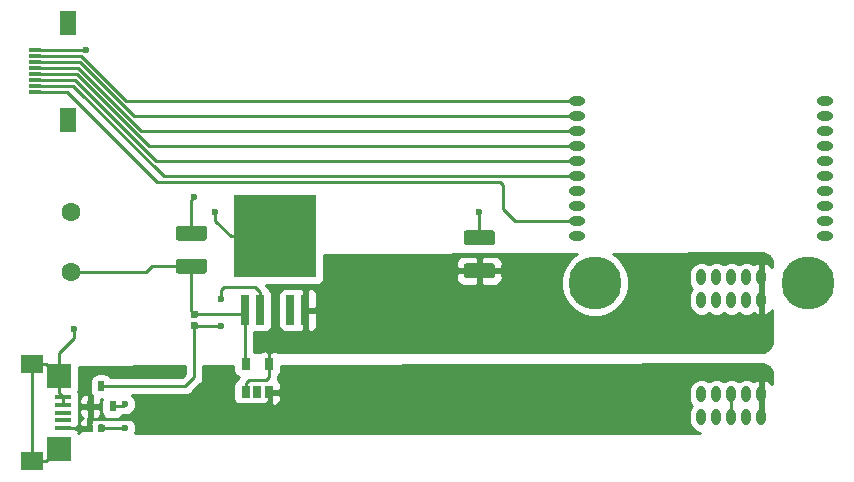
<source format=gbr>
G04 #@! TF.GenerationSoftware,KiCad,Pcbnew,(5.1.4)-1*
G04 #@! TF.CreationDate,2019-11-19T10:04:28+09:00*
G04 #@! TF.ProjectId,signaltowr_hikarikensyutu,7369676e-616c-4746-9f77-725f68696b61,rev?*
G04 #@! TF.SameCoordinates,Original*
G04 #@! TF.FileFunction,Copper,L1,Top*
G04 #@! TF.FilePolarity,Positive*
%FSLAX46Y46*%
G04 Gerber Fmt 4.6, Leading zero omitted, Abs format (unit mm)*
G04 Created by KiCad (PCBNEW (5.1.4)-1) date 2019-11-19 10:04:28*
%MOMM*%
%LPD*%
G04 APERTURE LIST*
%ADD10C,1.600000*%
%ADD11R,7.000000X7.000000*%
%ADD12R,0.760000X2.500000*%
%ADD13R,0.600000X0.900000*%
%ADD14R,1.350000X0.400000*%
%ADD15R,1.900000X1.600000*%
%ADD16R,2.000000X2.100000*%
%ADD17C,4.500000*%
%ADD18O,0.800000X1.400000*%
%ADD19O,1.400000X0.800000*%
%ADD20R,0.800000X1.000000*%
%ADD21R,0.700000X1.000000*%
%ADD22C,0.100000*%
%ADD23C,0.590000*%
%ADD24R,1.050000X0.350000*%
%ADD25R,1.350000X2.000000*%
%ADD26C,1.250000*%
%ADD27C,0.600000*%
%ADD28C,0.250000*%
%ADD29C,0.254000*%
G04 APERTURE END LIST*
D10*
X96266000Y-75946000D03*
X96266000Y-81026000D03*
D11*
X113538000Y-77978000D03*
D12*
X112268000Y-84228000D03*
X110998000Y-84228000D03*
X116078000Y-84228000D03*
X114808000Y-84228000D03*
D13*
X98806000Y-90678000D03*
X99756000Y-92378000D03*
X97856000Y-92378000D03*
D14*
X95575000Y-92262000D03*
X95575000Y-92912000D03*
X95575000Y-93562000D03*
X95575000Y-91612000D03*
D15*
X92900000Y-97012000D03*
D16*
X95250000Y-96012000D03*
D15*
X92900000Y-88812000D03*
D14*
X95575000Y-94212000D03*
D16*
X95250000Y-89812000D03*
D17*
X140606000Y-81923000D03*
X158606000Y-81923000D03*
D18*
X149606000Y-81463000D03*
X150876000Y-81463000D03*
X152146000Y-81463000D03*
X153416000Y-81463000D03*
X154686000Y-81463000D03*
X149606000Y-83383000D03*
X150876000Y-83383000D03*
X152146000Y-83383000D03*
X153416000Y-83383000D03*
X154686000Y-83383000D03*
D19*
X160091000Y-77978000D03*
X160091000Y-76708000D03*
X160091000Y-75438000D03*
X160091000Y-74168000D03*
X160091000Y-72898000D03*
X160091000Y-71628000D03*
X160091000Y-70358000D03*
X160091000Y-69088000D03*
X139121000Y-77978000D03*
X139121000Y-76708000D03*
X139121000Y-75438000D03*
X139121000Y-74168000D03*
X139121000Y-72898000D03*
X139121000Y-71628000D03*
X139121000Y-70358000D03*
X139121000Y-69088000D03*
X139121000Y-67818000D03*
X139121000Y-66548000D03*
X160091000Y-67818000D03*
X160091000Y-66548000D03*
D20*
X111014000Y-88786000D03*
X113014000Y-88786000D03*
X113014000Y-91186000D03*
X111014000Y-91186000D03*
D21*
X112014000Y-91186000D03*
D22*
G36*
X106866958Y-85257710D02*
G01*
X106881276Y-85259834D01*
X106895317Y-85263351D01*
X106908946Y-85268228D01*
X106922031Y-85274417D01*
X106934447Y-85281858D01*
X106946073Y-85290481D01*
X106956798Y-85300202D01*
X106966519Y-85310927D01*
X106975142Y-85322553D01*
X106982583Y-85334969D01*
X106988772Y-85348054D01*
X106993649Y-85361683D01*
X106997166Y-85375724D01*
X106999290Y-85390042D01*
X107000000Y-85404500D01*
X107000000Y-85699500D01*
X106999290Y-85713958D01*
X106997166Y-85728276D01*
X106993649Y-85742317D01*
X106988772Y-85755946D01*
X106982583Y-85769031D01*
X106975142Y-85781447D01*
X106966519Y-85793073D01*
X106956798Y-85803798D01*
X106946073Y-85813519D01*
X106934447Y-85822142D01*
X106922031Y-85829583D01*
X106908946Y-85835772D01*
X106895317Y-85840649D01*
X106881276Y-85844166D01*
X106866958Y-85846290D01*
X106852500Y-85847000D01*
X106507500Y-85847000D01*
X106493042Y-85846290D01*
X106478724Y-85844166D01*
X106464683Y-85840649D01*
X106451054Y-85835772D01*
X106437969Y-85829583D01*
X106425553Y-85822142D01*
X106413927Y-85813519D01*
X106403202Y-85803798D01*
X106393481Y-85793073D01*
X106384858Y-85781447D01*
X106377417Y-85769031D01*
X106371228Y-85755946D01*
X106366351Y-85742317D01*
X106362834Y-85728276D01*
X106360710Y-85713958D01*
X106360000Y-85699500D01*
X106360000Y-85404500D01*
X106360710Y-85390042D01*
X106362834Y-85375724D01*
X106366351Y-85361683D01*
X106371228Y-85348054D01*
X106377417Y-85334969D01*
X106384858Y-85322553D01*
X106393481Y-85310927D01*
X106403202Y-85300202D01*
X106413927Y-85290481D01*
X106425553Y-85281858D01*
X106437969Y-85274417D01*
X106451054Y-85268228D01*
X106464683Y-85263351D01*
X106478724Y-85259834D01*
X106493042Y-85257710D01*
X106507500Y-85257000D01*
X106852500Y-85257000D01*
X106866958Y-85257710D01*
X106866958Y-85257710D01*
G37*
D23*
X106680000Y-85552000D03*
D22*
G36*
X106866958Y-84287710D02*
G01*
X106881276Y-84289834D01*
X106895317Y-84293351D01*
X106908946Y-84298228D01*
X106922031Y-84304417D01*
X106934447Y-84311858D01*
X106946073Y-84320481D01*
X106956798Y-84330202D01*
X106966519Y-84340927D01*
X106975142Y-84352553D01*
X106982583Y-84364969D01*
X106988772Y-84378054D01*
X106993649Y-84391683D01*
X106997166Y-84405724D01*
X106999290Y-84420042D01*
X107000000Y-84434500D01*
X107000000Y-84729500D01*
X106999290Y-84743958D01*
X106997166Y-84758276D01*
X106993649Y-84772317D01*
X106988772Y-84785946D01*
X106982583Y-84799031D01*
X106975142Y-84811447D01*
X106966519Y-84823073D01*
X106956798Y-84833798D01*
X106946073Y-84843519D01*
X106934447Y-84852142D01*
X106922031Y-84859583D01*
X106908946Y-84865772D01*
X106895317Y-84870649D01*
X106881276Y-84874166D01*
X106866958Y-84876290D01*
X106852500Y-84877000D01*
X106507500Y-84877000D01*
X106493042Y-84876290D01*
X106478724Y-84874166D01*
X106464683Y-84870649D01*
X106451054Y-84865772D01*
X106437969Y-84859583D01*
X106425553Y-84852142D01*
X106413927Y-84843519D01*
X106403202Y-84833798D01*
X106393481Y-84823073D01*
X106384858Y-84811447D01*
X106377417Y-84799031D01*
X106371228Y-84785946D01*
X106366351Y-84772317D01*
X106362834Y-84758276D01*
X106360710Y-84743958D01*
X106360000Y-84729500D01*
X106360000Y-84434500D01*
X106360710Y-84420042D01*
X106362834Y-84405724D01*
X106366351Y-84391683D01*
X106371228Y-84378054D01*
X106377417Y-84364969D01*
X106384858Y-84352553D01*
X106393481Y-84340927D01*
X106403202Y-84330202D01*
X106413927Y-84320481D01*
X106425553Y-84311858D01*
X106437969Y-84304417D01*
X106451054Y-84298228D01*
X106464683Y-84293351D01*
X106478724Y-84289834D01*
X106493042Y-84287710D01*
X106507500Y-84287000D01*
X106852500Y-84287000D01*
X106866958Y-84287710D01*
X106866958Y-84287710D01*
G37*
D23*
X106680000Y-84582000D03*
D22*
G36*
X98967958Y-93914710D02*
G01*
X98982276Y-93916834D01*
X98996317Y-93920351D01*
X99009946Y-93925228D01*
X99023031Y-93931417D01*
X99035447Y-93938858D01*
X99047073Y-93947481D01*
X99057798Y-93957202D01*
X99067519Y-93967927D01*
X99076142Y-93979553D01*
X99083583Y-93991969D01*
X99089772Y-94005054D01*
X99094649Y-94018683D01*
X99098166Y-94032724D01*
X99100290Y-94047042D01*
X99101000Y-94061500D01*
X99101000Y-94406500D01*
X99100290Y-94420958D01*
X99098166Y-94435276D01*
X99094649Y-94449317D01*
X99089772Y-94462946D01*
X99083583Y-94476031D01*
X99076142Y-94488447D01*
X99067519Y-94500073D01*
X99057798Y-94510798D01*
X99047073Y-94520519D01*
X99035447Y-94529142D01*
X99023031Y-94536583D01*
X99009946Y-94542772D01*
X98996317Y-94547649D01*
X98982276Y-94551166D01*
X98967958Y-94553290D01*
X98953500Y-94554000D01*
X98658500Y-94554000D01*
X98644042Y-94553290D01*
X98629724Y-94551166D01*
X98615683Y-94547649D01*
X98602054Y-94542772D01*
X98588969Y-94536583D01*
X98576553Y-94529142D01*
X98564927Y-94520519D01*
X98554202Y-94510798D01*
X98544481Y-94500073D01*
X98535858Y-94488447D01*
X98528417Y-94476031D01*
X98522228Y-94462946D01*
X98517351Y-94449317D01*
X98513834Y-94435276D01*
X98511710Y-94420958D01*
X98511000Y-94406500D01*
X98511000Y-94061500D01*
X98511710Y-94047042D01*
X98513834Y-94032724D01*
X98517351Y-94018683D01*
X98522228Y-94005054D01*
X98528417Y-93991969D01*
X98535858Y-93979553D01*
X98544481Y-93967927D01*
X98554202Y-93957202D01*
X98564927Y-93947481D01*
X98576553Y-93938858D01*
X98588969Y-93931417D01*
X98602054Y-93925228D01*
X98615683Y-93920351D01*
X98629724Y-93916834D01*
X98644042Y-93914710D01*
X98658500Y-93914000D01*
X98953500Y-93914000D01*
X98967958Y-93914710D01*
X98967958Y-93914710D01*
G37*
D23*
X98806000Y-94234000D03*
D22*
G36*
X97997958Y-93914710D02*
G01*
X98012276Y-93916834D01*
X98026317Y-93920351D01*
X98039946Y-93925228D01*
X98053031Y-93931417D01*
X98065447Y-93938858D01*
X98077073Y-93947481D01*
X98087798Y-93957202D01*
X98097519Y-93967927D01*
X98106142Y-93979553D01*
X98113583Y-93991969D01*
X98119772Y-94005054D01*
X98124649Y-94018683D01*
X98128166Y-94032724D01*
X98130290Y-94047042D01*
X98131000Y-94061500D01*
X98131000Y-94406500D01*
X98130290Y-94420958D01*
X98128166Y-94435276D01*
X98124649Y-94449317D01*
X98119772Y-94462946D01*
X98113583Y-94476031D01*
X98106142Y-94488447D01*
X98097519Y-94500073D01*
X98087798Y-94510798D01*
X98077073Y-94520519D01*
X98065447Y-94529142D01*
X98053031Y-94536583D01*
X98039946Y-94542772D01*
X98026317Y-94547649D01*
X98012276Y-94551166D01*
X97997958Y-94553290D01*
X97983500Y-94554000D01*
X97688500Y-94554000D01*
X97674042Y-94553290D01*
X97659724Y-94551166D01*
X97645683Y-94547649D01*
X97632054Y-94542772D01*
X97618969Y-94536583D01*
X97606553Y-94529142D01*
X97594927Y-94520519D01*
X97584202Y-94510798D01*
X97574481Y-94500073D01*
X97565858Y-94488447D01*
X97558417Y-94476031D01*
X97552228Y-94462946D01*
X97547351Y-94449317D01*
X97543834Y-94435276D01*
X97541710Y-94420958D01*
X97541000Y-94406500D01*
X97541000Y-94061500D01*
X97541710Y-94047042D01*
X97543834Y-94032724D01*
X97547351Y-94018683D01*
X97552228Y-94005054D01*
X97558417Y-93991969D01*
X97565858Y-93979553D01*
X97574481Y-93967927D01*
X97584202Y-93957202D01*
X97594927Y-93947481D01*
X97606553Y-93938858D01*
X97618969Y-93931417D01*
X97632054Y-93925228D01*
X97645683Y-93920351D01*
X97659724Y-93916834D01*
X97674042Y-93914710D01*
X97688500Y-93914000D01*
X97983500Y-93914000D01*
X97997958Y-93914710D01*
X97997958Y-93914710D01*
G37*
D23*
X97836000Y-94234000D03*
D18*
X149606000Y-91369000D03*
X150876000Y-91369000D03*
X152146000Y-91369000D03*
X153416000Y-91369000D03*
X154686000Y-91369000D03*
X154686000Y-93289000D03*
X149606000Y-93289000D03*
X150876000Y-93289000D03*
X153416000Y-93289000D03*
X152146000Y-93289000D03*
D24*
X93218000Y-65746000D03*
X93218000Y-65246000D03*
X93218000Y-64746000D03*
X93218000Y-64246000D03*
X93218000Y-62246000D03*
X93218000Y-62746000D03*
X93218000Y-63246000D03*
X93218000Y-63746000D03*
D25*
X95968000Y-59896000D03*
X95968000Y-68096000D03*
D22*
G36*
X131909504Y-77478204D02*
G01*
X131933773Y-77481804D01*
X131957571Y-77487765D01*
X131980671Y-77496030D01*
X132002849Y-77506520D01*
X132023893Y-77519133D01*
X132043598Y-77533747D01*
X132061777Y-77550223D01*
X132078253Y-77568402D01*
X132092867Y-77588107D01*
X132105480Y-77609151D01*
X132115970Y-77631329D01*
X132124235Y-77654429D01*
X132130196Y-77678227D01*
X132133796Y-77702496D01*
X132135000Y-77727000D01*
X132135000Y-78477000D01*
X132133796Y-78501504D01*
X132130196Y-78525773D01*
X132124235Y-78549571D01*
X132115970Y-78572671D01*
X132105480Y-78594849D01*
X132092867Y-78615893D01*
X132078253Y-78635598D01*
X132061777Y-78653777D01*
X132043598Y-78670253D01*
X132023893Y-78684867D01*
X132002849Y-78697480D01*
X131980671Y-78707970D01*
X131957571Y-78716235D01*
X131933773Y-78722196D01*
X131909504Y-78725796D01*
X131885000Y-78727000D01*
X129735000Y-78727000D01*
X129710496Y-78725796D01*
X129686227Y-78722196D01*
X129662429Y-78716235D01*
X129639329Y-78707970D01*
X129617151Y-78697480D01*
X129596107Y-78684867D01*
X129576402Y-78670253D01*
X129558223Y-78653777D01*
X129541747Y-78635598D01*
X129527133Y-78615893D01*
X129514520Y-78594849D01*
X129504030Y-78572671D01*
X129495765Y-78549571D01*
X129489804Y-78525773D01*
X129486204Y-78501504D01*
X129485000Y-78477000D01*
X129485000Y-77727000D01*
X129486204Y-77702496D01*
X129489804Y-77678227D01*
X129495765Y-77654429D01*
X129504030Y-77631329D01*
X129514520Y-77609151D01*
X129527133Y-77588107D01*
X129541747Y-77568402D01*
X129558223Y-77550223D01*
X129576402Y-77533747D01*
X129596107Y-77519133D01*
X129617151Y-77506520D01*
X129639329Y-77496030D01*
X129662429Y-77487765D01*
X129686227Y-77481804D01*
X129710496Y-77478204D01*
X129735000Y-77477000D01*
X131885000Y-77477000D01*
X131909504Y-77478204D01*
X131909504Y-77478204D01*
G37*
D26*
X130810000Y-78102000D03*
D22*
G36*
X131909504Y-80278204D02*
G01*
X131933773Y-80281804D01*
X131957571Y-80287765D01*
X131980671Y-80296030D01*
X132002849Y-80306520D01*
X132023893Y-80319133D01*
X132043598Y-80333747D01*
X132061777Y-80350223D01*
X132078253Y-80368402D01*
X132092867Y-80388107D01*
X132105480Y-80409151D01*
X132115970Y-80431329D01*
X132124235Y-80454429D01*
X132130196Y-80478227D01*
X132133796Y-80502496D01*
X132135000Y-80527000D01*
X132135000Y-81277000D01*
X132133796Y-81301504D01*
X132130196Y-81325773D01*
X132124235Y-81349571D01*
X132115970Y-81372671D01*
X132105480Y-81394849D01*
X132092867Y-81415893D01*
X132078253Y-81435598D01*
X132061777Y-81453777D01*
X132043598Y-81470253D01*
X132023893Y-81484867D01*
X132002849Y-81497480D01*
X131980671Y-81507970D01*
X131957571Y-81516235D01*
X131933773Y-81522196D01*
X131909504Y-81525796D01*
X131885000Y-81527000D01*
X129735000Y-81527000D01*
X129710496Y-81525796D01*
X129686227Y-81522196D01*
X129662429Y-81516235D01*
X129639329Y-81507970D01*
X129617151Y-81497480D01*
X129596107Y-81484867D01*
X129576402Y-81470253D01*
X129558223Y-81453777D01*
X129541747Y-81435598D01*
X129527133Y-81415893D01*
X129514520Y-81394849D01*
X129504030Y-81372671D01*
X129495765Y-81349571D01*
X129489804Y-81325773D01*
X129486204Y-81301504D01*
X129485000Y-81277000D01*
X129485000Y-80527000D01*
X129486204Y-80502496D01*
X129489804Y-80478227D01*
X129495765Y-80454429D01*
X129504030Y-80431329D01*
X129514520Y-80409151D01*
X129527133Y-80388107D01*
X129541747Y-80368402D01*
X129558223Y-80350223D01*
X129576402Y-80333747D01*
X129596107Y-80319133D01*
X129617151Y-80306520D01*
X129639329Y-80296030D01*
X129662429Y-80287765D01*
X129686227Y-80281804D01*
X129710496Y-80278204D01*
X129735000Y-80277000D01*
X131885000Y-80277000D01*
X131909504Y-80278204D01*
X131909504Y-80278204D01*
G37*
D26*
X130810000Y-80902000D03*
D22*
G36*
X107525504Y-77100204D02*
G01*
X107549773Y-77103804D01*
X107573571Y-77109765D01*
X107596671Y-77118030D01*
X107618849Y-77128520D01*
X107639893Y-77141133D01*
X107659598Y-77155747D01*
X107677777Y-77172223D01*
X107694253Y-77190402D01*
X107708867Y-77210107D01*
X107721480Y-77231151D01*
X107731970Y-77253329D01*
X107740235Y-77276429D01*
X107746196Y-77300227D01*
X107749796Y-77324496D01*
X107751000Y-77349000D01*
X107751000Y-78099000D01*
X107749796Y-78123504D01*
X107746196Y-78147773D01*
X107740235Y-78171571D01*
X107731970Y-78194671D01*
X107721480Y-78216849D01*
X107708867Y-78237893D01*
X107694253Y-78257598D01*
X107677777Y-78275777D01*
X107659598Y-78292253D01*
X107639893Y-78306867D01*
X107618849Y-78319480D01*
X107596671Y-78329970D01*
X107573571Y-78338235D01*
X107549773Y-78344196D01*
X107525504Y-78347796D01*
X107501000Y-78349000D01*
X105351000Y-78349000D01*
X105326496Y-78347796D01*
X105302227Y-78344196D01*
X105278429Y-78338235D01*
X105255329Y-78329970D01*
X105233151Y-78319480D01*
X105212107Y-78306867D01*
X105192402Y-78292253D01*
X105174223Y-78275777D01*
X105157747Y-78257598D01*
X105143133Y-78237893D01*
X105130520Y-78216849D01*
X105120030Y-78194671D01*
X105111765Y-78171571D01*
X105105804Y-78147773D01*
X105102204Y-78123504D01*
X105101000Y-78099000D01*
X105101000Y-77349000D01*
X105102204Y-77324496D01*
X105105804Y-77300227D01*
X105111765Y-77276429D01*
X105120030Y-77253329D01*
X105130520Y-77231151D01*
X105143133Y-77210107D01*
X105157747Y-77190402D01*
X105174223Y-77172223D01*
X105192402Y-77155747D01*
X105212107Y-77141133D01*
X105233151Y-77128520D01*
X105255329Y-77118030D01*
X105278429Y-77109765D01*
X105302227Y-77103804D01*
X105326496Y-77100204D01*
X105351000Y-77099000D01*
X107501000Y-77099000D01*
X107525504Y-77100204D01*
X107525504Y-77100204D01*
G37*
D26*
X106426000Y-77724000D03*
D22*
G36*
X107525504Y-79900204D02*
G01*
X107549773Y-79903804D01*
X107573571Y-79909765D01*
X107596671Y-79918030D01*
X107618849Y-79928520D01*
X107639893Y-79941133D01*
X107659598Y-79955747D01*
X107677777Y-79972223D01*
X107694253Y-79990402D01*
X107708867Y-80010107D01*
X107721480Y-80031151D01*
X107731970Y-80053329D01*
X107740235Y-80076429D01*
X107746196Y-80100227D01*
X107749796Y-80124496D01*
X107751000Y-80149000D01*
X107751000Y-80899000D01*
X107749796Y-80923504D01*
X107746196Y-80947773D01*
X107740235Y-80971571D01*
X107731970Y-80994671D01*
X107721480Y-81016849D01*
X107708867Y-81037893D01*
X107694253Y-81057598D01*
X107677777Y-81075777D01*
X107659598Y-81092253D01*
X107639893Y-81106867D01*
X107618849Y-81119480D01*
X107596671Y-81129970D01*
X107573571Y-81138235D01*
X107549773Y-81144196D01*
X107525504Y-81147796D01*
X107501000Y-81149000D01*
X105351000Y-81149000D01*
X105326496Y-81147796D01*
X105302227Y-81144196D01*
X105278429Y-81138235D01*
X105255329Y-81129970D01*
X105233151Y-81119480D01*
X105212107Y-81106867D01*
X105192402Y-81092253D01*
X105174223Y-81075777D01*
X105157747Y-81057598D01*
X105143133Y-81037893D01*
X105130520Y-81016849D01*
X105120030Y-80994671D01*
X105111765Y-80971571D01*
X105105804Y-80947773D01*
X105102204Y-80923504D01*
X105101000Y-80899000D01*
X105101000Y-80149000D01*
X105102204Y-80124496D01*
X105105804Y-80100227D01*
X105111765Y-80076429D01*
X105120030Y-80053329D01*
X105130520Y-80031151D01*
X105143133Y-80010107D01*
X105157747Y-79990402D01*
X105174223Y-79972223D01*
X105192402Y-79955747D01*
X105212107Y-79941133D01*
X105233151Y-79928520D01*
X105255329Y-79918030D01*
X105278429Y-79909765D01*
X105302227Y-79903804D01*
X105326496Y-79900204D01*
X105351000Y-79899000D01*
X107501000Y-79899000D01*
X107525504Y-79900204D01*
X107525504Y-79900204D01*
G37*
D26*
X106426000Y-80524000D03*
D27*
X97536000Y-62230000D03*
X96520000Y-85852000D03*
X106680000Y-74676000D03*
X108966000Y-83312000D03*
X100838000Y-94234000D03*
X100838000Y-92202000D03*
X130810000Y-75946000D03*
X108458000Y-75946000D03*
X108966000Y-85598000D03*
D28*
X96266000Y-81026000D02*
X102616000Y-81026000D01*
X110644000Y-84582000D02*
X110998000Y-84228000D01*
X106680000Y-84582000D02*
X110644000Y-84582000D01*
X110998000Y-88770000D02*
X111014000Y-88786000D01*
X110998000Y-84228000D02*
X110998000Y-88770000D01*
X103118000Y-80524000D02*
X106426000Y-80524000D01*
X102616000Y-81026000D02*
X103118000Y-80524000D01*
X106426000Y-84328000D02*
X106680000Y-84582000D01*
X106426000Y-80524000D02*
X106426000Y-84328000D01*
X154686000Y-83058000D02*
X154686000Y-83438318D01*
X111014000Y-90436000D02*
X111280000Y-90170000D01*
X111014000Y-91186000D02*
X111014000Y-90436000D01*
X111280000Y-90170000D02*
X112776000Y-90170000D01*
X113014000Y-89932000D02*
X113014000Y-88786000D01*
X112776000Y-90170000D02*
X113014000Y-89932000D01*
X154686000Y-86106000D02*
X154686000Y-83058000D01*
X154178000Y-86614000D02*
X154686000Y-86106000D01*
X113538000Y-86614000D02*
X154178000Y-86614000D01*
X113014000Y-88786000D02*
X113014000Y-87138000D01*
X113014000Y-87138000D02*
X113538000Y-86614000D01*
X93218000Y-62246000D02*
X97520000Y-62246000D01*
X97520000Y-62246000D02*
X97536000Y-62230000D01*
X95100000Y-89812000D02*
X95250000Y-89812000D01*
X94100000Y-88812000D02*
X95100000Y-89812000D01*
X92900000Y-88812000D02*
X94100000Y-88812000D01*
X96520000Y-85852000D02*
X96520000Y-86614000D01*
X95250000Y-87884000D02*
X95250000Y-89812000D01*
X96520000Y-86614000D02*
X95250000Y-87884000D01*
X95250000Y-91287000D02*
X95575000Y-91612000D01*
X95250000Y-89812000D02*
X95250000Y-91287000D01*
X95575000Y-91612000D02*
X95575000Y-92262000D01*
X95100000Y-96012000D02*
X95250000Y-96012000D01*
X94100000Y-97012000D02*
X95100000Y-96012000D01*
X92900000Y-97012000D02*
X94100000Y-97012000D01*
X92900000Y-89862000D02*
X92900000Y-97012000D01*
X92900000Y-88812000D02*
X92900000Y-89862000D01*
X98806000Y-94234000D02*
X100838000Y-94234000D01*
X100662000Y-92378000D02*
X100838000Y-92202000D01*
X99756000Y-92378000D02*
X100662000Y-92378000D01*
X106426000Y-74930000D02*
X106680000Y-74676000D01*
X106426000Y-77724000D02*
X106426000Y-74930000D01*
X130810000Y-75946000D02*
X130810000Y-78102000D01*
X108458000Y-76370264D02*
X108458000Y-75946000D01*
X108458000Y-76648000D02*
X108458000Y-76370264D01*
X109788000Y-77978000D02*
X108458000Y-76648000D01*
X113538000Y-77978000D02*
X109788000Y-77978000D01*
X108920000Y-85552000D02*
X108966000Y-85598000D01*
X106680000Y-85552000D02*
X108920000Y-85552000D01*
X108966000Y-82550000D02*
X108966000Y-83312000D01*
X109220000Y-82296000D02*
X108966000Y-82550000D01*
X111836000Y-82296000D02*
X109220000Y-82296000D01*
X112268000Y-84228000D02*
X112268000Y-82728000D01*
X112268000Y-82728000D02*
X111836000Y-82296000D01*
X106680000Y-89916000D02*
X106680000Y-85552000D01*
X98806000Y-90678000D02*
X105918000Y-90678000D01*
X105918000Y-90678000D02*
X106680000Y-89916000D01*
X104096948Y-72898000D02*
X139446000Y-72898000D01*
X96444948Y-65246000D02*
X104096948Y-72898000D01*
X93218000Y-65246000D02*
X96444948Y-65246000D01*
X103463358Y-71628000D02*
X139446000Y-71628000D01*
X96581358Y-64746000D02*
X103463358Y-71628000D01*
X93218000Y-64746000D02*
X96581358Y-64746000D01*
X102829768Y-70358000D02*
X139446000Y-70358000D01*
X96717768Y-64246000D02*
X102829768Y-70358000D01*
X93218000Y-64246000D02*
X96717768Y-64246000D01*
X102196178Y-69088000D02*
X139446000Y-69088000D01*
X96854178Y-63746000D02*
X102196178Y-69088000D01*
X93218000Y-63746000D02*
X96854178Y-63746000D01*
X101562588Y-67818000D02*
X139446000Y-67818000D01*
X96990588Y-63246000D02*
X101562588Y-67818000D01*
X93218000Y-63246000D02*
X96990588Y-63246000D01*
X100928998Y-66548000D02*
X139446000Y-66548000D01*
X97126998Y-62746000D02*
X100928998Y-66548000D01*
X93218000Y-62746000D02*
X97126998Y-62746000D01*
X95878002Y-65746000D02*
X103538002Y-73406000D01*
X93218000Y-65746000D02*
X95878002Y-65746000D01*
X139446000Y-76708000D02*
X133858000Y-76708000D01*
X133858000Y-76708000D02*
X132842000Y-75692000D01*
X132842000Y-73660000D02*
X132588000Y-73406000D01*
X132842000Y-75692000D02*
X132842000Y-73660000D01*
X132588000Y-73406000D02*
X113792000Y-73406000D01*
X103538002Y-73406000D02*
X113792000Y-73406000D01*
X113792000Y-73406000D02*
X114554000Y-73406000D01*
X152146000Y-91694000D02*
X152146000Y-92964000D01*
X154686000Y-92964000D02*
X154686000Y-91694000D01*
X97836000Y-92398000D02*
X97856000Y-92378000D01*
X97814000Y-94212000D02*
X97836000Y-94234000D01*
X95575000Y-94212000D02*
X97814000Y-94212000D01*
X145288000Y-91186000D02*
X145796000Y-90678000D01*
X154686000Y-89916000D02*
X154686000Y-91694000D01*
X113014000Y-91186000D02*
X145288000Y-91186000D01*
X145796000Y-89662000D02*
X146050000Y-89408000D01*
X145796000Y-90678000D02*
X145796000Y-89662000D01*
X146050000Y-89408000D02*
X154178000Y-89408000D01*
X154178000Y-89408000D02*
X154686000Y-89916000D01*
X113014000Y-91936000D02*
X112748000Y-92202000D01*
X113014000Y-91186000D02*
X113014000Y-91936000D01*
X112748000Y-92202000D02*
X102870000Y-92202000D01*
X101646000Y-93426000D02*
X97836000Y-93426000D01*
X102870000Y-92202000D02*
X101646000Y-93426000D01*
X97836000Y-94234000D02*
X97836000Y-93426000D01*
X97836000Y-93426000D02*
X97836000Y-92398000D01*
D29*
G36*
X154868103Y-79397058D02*
G01*
X155032541Y-79446143D01*
X155184186Y-79526468D01*
X155317180Y-79634931D01*
X155426365Y-79767328D01*
X155507517Y-79918529D01*
X155557503Y-80082705D01*
X155575000Y-80259737D01*
X155575000Y-80623125D01*
X155476013Y-80482388D01*
X155328052Y-80341342D01*
X155155418Y-80231872D01*
X154972123Y-80168334D01*
X154813000Y-80296002D01*
X154813000Y-81336000D01*
X154833000Y-81336000D01*
X154833000Y-81590000D01*
X154813000Y-81590000D01*
X154813000Y-83256000D01*
X154833000Y-83256000D01*
X154833000Y-83510000D01*
X154813000Y-83510000D01*
X154813000Y-84549998D01*
X154972123Y-84677666D01*
X155155418Y-84614128D01*
X155328052Y-84504658D01*
X155476013Y-84363612D01*
X155575000Y-84222875D01*
X155575000Y-86877766D01*
X155557624Y-87054189D01*
X155507978Y-87217850D01*
X155427362Y-87368672D01*
X155318870Y-87500870D01*
X155186672Y-87609362D01*
X155035850Y-87689978D01*
X154872189Y-87739624D01*
X154695766Y-87757000D01*
X113770367Y-87757000D01*
X113768494Y-87755463D01*
X113658180Y-87696498D01*
X113538482Y-87660188D01*
X113414000Y-87647928D01*
X113299750Y-87651000D01*
X113193750Y-87757000D01*
X112834250Y-87757000D01*
X112728250Y-87651000D01*
X112614000Y-87647928D01*
X112489518Y-87660188D01*
X112369820Y-87696498D01*
X112259506Y-87755463D01*
X112257633Y-87757000D01*
X111770367Y-87757000D01*
X111768494Y-87755463D01*
X111758000Y-87749854D01*
X111758000Y-86102138D01*
X111763518Y-86103812D01*
X111888000Y-86116072D01*
X112648000Y-86116072D01*
X112772482Y-86103812D01*
X112892180Y-86067502D01*
X113002494Y-86008537D01*
X113099185Y-85929185D01*
X113178537Y-85832494D01*
X113237502Y-85722180D01*
X113273812Y-85602482D01*
X113286072Y-85478000D01*
X113286072Y-82978000D01*
X113789928Y-82978000D01*
X113789928Y-85478000D01*
X113802188Y-85602482D01*
X113838498Y-85722180D01*
X113897463Y-85832494D01*
X113976815Y-85929185D01*
X114073506Y-86008537D01*
X114183820Y-86067502D01*
X114303518Y-86103812D01*
X114428000Y-86116072D01*
X115188000Y-86116072D01*
X115312482Y-86103812D01*
X115432180Y-86067502D01*
X115443000Y-86061718D01*
X115453820Y-86067502D01*
X115573518Y-86103812D01*
X115698000Y-86116072D01*
X115792250Y-86113000D01*
X115951000Y-85954250D01*
X115951000Y-84355000D01*
X116205000Y-84355000D01*
X116205000Y-85954250D01*
X116363750Y-86113000D01*
X116458000Y-86116072D01*
X116582482Y-86103812D01*
X116702180Y-86067502D01*
X116812494Y-86008537D01*
X116909185Y-85929185D01*
X116988537Y-85832494D01*
X117047502Y-85722180D01*
X117083812Y-85602482D01*
X117096072Y-85478000D01*
X117093000Y-84513750D01*
X116934250Y-84355000D01*
X116205000Y-84355000D01*
X115951000Y-84355000D01*
X115931000Y-84355000D01*
X115931000Y-84101000D01*
X115951000Y-84101000D01*
X115951000Y-82501750D01*
X116205000Y-82501750D01*
X116205000Y-84101000D01*
X116934250Y-84101000D01*
X117093000Y-83942250D01*
X117096072Y-82978000D01*
X117083812Y-82853518D01*
X117047502Y-82733820D01*
X116988537Y-82623506D01*
X116909185Y-82526815D01*
X116812494Y-82447463D01*
X116702180Y-82388498D01*
X116582482Y-82352188D01*
X116458000Y-82339928D01*
X116363750Y-82343000D01*
X116205000Y-82501750D01*
X115951000Y-82501750D01*
X115792250Y-82343000D01*
X115698000Y-82339928D01*
X115573518Y-82352188D01*
X115453820Y-82388498D01*
X115443000Y-82394282D01*
X115432180Y-82388498D01*
X115312482Y-82352188D01*
X115188000Y-82339928D01*
X114428000Y-82339928D01*
X114303518Y-82352188D01*
X114183820Y-82388498D01*
X114073506Y-82447463D01*
X113976815Y-82526815D01*
X113897463Y-82623506D01*
X113838498Y-82733820D01*
X113802188Y-82853518D01*
X113789928Y-82978000D01*
X113286072Y-82978000D01*
X113273812Y-82853518D01*
X113237502Y-82733820D01*
X113178537Y-82623506D01*
X113099185Y-82526815D01*
X113002494Y-82447463D01*
X112970730Y-82430484D01*
X112902974Y-82303724D01*
X112808001Y-82187999D01*
X112778997Y-82164196D01*
X112730873Y-82116072D01*
X117038000Y-82116072D01*
X117162482Y-82103812D01*
X117282180Y-82067502D01*
X117392494Y-82008537D01*
X117489185Y-81929185D01*
X117568537Y-81832494D01*
X117627502Y-81722180D01*
X117663812Y-81602482D01*
X117671246Y-81527000D01*
X128846928Y-81527000D01*
X128859188Y-81651482D01*
X128895498Y-81771180D01*
X128954463Y-81881494D01*
X129033815Y-81978185D01*
X129130506Y-82057537D01*
X129240820Y-82116502D01*
X129360518Y-82152812D01*
X129485000Y-82165072D01*
X130524250Y-82162000D01*
X130683000Y-82003250D01*
X130683000Y-81029000D01*
X130937000Y-81029000D01*
X130937000Y-82003250D01*
X131095750Y-82162000D01*
X132135000Y-82165072D01*
X132259482Y-82152812D01*
X132379180Y-82116502D01*
X132489494Y-82057537D01*
X132586185Y-81978185D01*
X132665537Y-81881494D01*
X132724502Y-81771180D01*
X132760812Y-81651482D01*
X132773072Y-81527000D01*
X132770000Y-81187750D01*
X132611250Y-81029000D01*
X130937000Y-81029000D01*
X130683000Y-81029000D01*
X129008750Y-81029000D01*
X128850000Y-81187750D01*
X128846928Y-81527000D01*
X117671246Y-81527000D01*
X117676072Y-81478000D01*
X117676072Y-80277000D01*
X128846928Y-80277000D01*
X128850000Y-80616250D01*
X129008750Y-80775000D01*
X130683000Y-80775000D01*
X130683000Y-79800750D01*
X130937000Y-79800750D01*
X130937000Y-80775000D01*
X132611250Y-80775000D01*
X132770000Y-80616250D01*
X132773072Y-80277000D01*
X132760812Y-80152518D01*
X132724502Y-80032820D01*
X132665537Y-79922506D01*
X132586185Y-79825815D01*
X132489494Y-79746463D01*
X132379180Y-79687498D01*
X132259482Y-79651188D01*
X132135000Y-79638928D01*
X131095750Y-79642000D01*
X130937000Y-79800750D01*
X130683000Y-79800750D01*
X130524250Y-79642000D01*
X129485000Y-79638928D01*
X129360518Y-79651188D01*
X129240820Y-79687498D01*
X129130506Y-79746463D01*
X129033815Y-79825815D01*
X128954463Y-79922506D01*
X128895498Y-80032820D01*
X128859188Y-80152518D01*
X128846928Y-80277000D01*
X117676072Y-80277000D01*
X117676072Y-79582793D01*
X139090636Y-79465774D01*
X138766920Y-79682074D01*
X138365074Y-80083920D01*
X138049346Y-80556440D01*
X137831869Y-81081477D01*
X137721000Y-81638852D01*
X137721000Y-82207148D01*
X137831869Y-82764523D01*
X138049346Y-83289560D01*
X138365074Y-83762080D01*
X138766920Y-84163926D01*
X139239440Y-84479654D01*
X139764477Y-84697131D01*
X140321852Y-84808000D01*
X140890148Y-84808000D01*
X141447523Y-84697131D01*
X141972560Y-84479654D01*
X142445080Y-84163926D01*
X142846926Y-83762080D01*
X143162654Y-83289560D01*
X143380131Y-82764523D01*
X143491000Y-82207148D01*
X143491000Y-81638852D01*
X143386235Y-81112162D01*
X148571000Y-81112162D01*
X148571000Y-81813837D01*
X148585976Y-81965894D01*
X148645159Y-82160992D01*
X148741266Y-82340797D01*
X148808728Y-82423000D01*
X148741266Y-82505203D01*
X148645159Y-82685008D01*
X148585976Y-82880106D01*
X148571000Y-83032163D01*
X148571000Y-83733838D01*
X148585976Y-83885895D01*
X148645160Y-84080993D01*
X148741267Y-84260797D01*
X148870605Y-84418396D01*
X149028204Y-84547734D01*
X149208008Y-84643841D01*
X149403106Y-84703024D01*
X149606000Y-84723007D01*
X149808895Y-84703024D01*
X150003993Y-84643841D01*
X150183797Y-84547734D01*
X150241001Y-84500788D01*
X150298204Y-84547734D01*
X150478008Y-84643841D01*
X150673106Y-84703024D01*
X150876000Y-84723007D01*
X151078895Y-84703024D01*
X151273993Y-84643841D01*
X151453797Y-84547734D01*
X151511001Y-84500788D01*
X151568204Y-84547734D01*
X151748008Y-84643841D01*
X151943106Y-84703024D01*
X152146000Y-84723007D01*
X152348895Y-84703024D01*
X152543993Y-84643841D01*
X152723797Y-84547734D01*
X152781001Y-84500788D01*
X152838204Y-84547734D01*
X153018008Y-84643841D01*
X153213106Y-84703024D01*
X153416000Y-84723007D01*
X153618895Y-84703024D01*
X153813993Y-84643841D01*
X153993797Y-84547734D01*
X154045267Y-84505494D01*
X154216582Y-84614128D01*
X154399877Y-84677666D01*
X154559000Y-84549998D01*
X154559000Y-83510000D01*
X154539000Y-83510000D01*
X154539000Y-83256000D01*
X154559000Y-83256000D01*
X154559000Y-81590000D01*
X154539000Y-81590000D01*
X154539000Y-81336000D01*
X154559000Y-81336000D01*
X154559000Y-80296002D01*
X154399877Y-80168334D01*
X154216582Y-80231872D01*
X154045267Y-80340506D01*
X153993797Y-80298266D01*
X153813993Y-80202159D01*
X153618895Y-80142976D01*
X153416000Y-80122993D01*
X153213106Y-80142976D01*
X153018008Y-80202159D01*
X152838204Y-80298266D01*
X152781001Y-80345212D01*
X152723797Y-80298266D01*
X152543993Y-80202159D01*
X152348895Y-80142976D01*
X152146000Y-80122993D01*
X151943106Y-80142976D01*
X151748008Y-80202159D01*
X151568204Y-80298266D01*
X151511001Y-80345212D01*
X151453797Y-80298266D01*
X151273993Y-80202159D01*
X151078895Y-80142976D01*
X150876000Y-80122993D01*
X150673106Y-80142976D01*
X150478008Y-80202159D01*
X150298204Y-80298266D01*
X150241001Y-80345212D01*
X150183797Y-80298266D01*
X150003993Y-80202159D01*
X149808895Y-80142976D01*
X149606000Y-80122993D01*
X149403106Y-80142976D01*
X149208008Y-80202159D01*
X149028204Y-80298266D01*
X148870605Y-80427604D01*
X148741267Y-80585203D01*
X148645160Y-80765007D01*
X148585976Y-80960105D01*
X148571000Y-81112162D01*
X143386235Y-81112162D01*
X143380131Y-81081477D01*
X143162654Y-80556440D01*
X142846926Y-80083920D01*
X142445080Y-79682074D01*
X142096779Y-79449347D01*
X154690963Y-79380526D01*
X154868103Y-79397058D01*
X154868103Y-79397058D01*
G37*
X154868103Y-79397058D02*
X155032541Y-79446143D01*
X155184186Y-79526468D01*
X155317180Y-79634931D01*
X155426365Y-79767328D01*
X155507517Y-79918529D01*
X155557503Y-80082705D01*
X155575000Y-80259737D01*
X155575000Y-80623125D01*
X155476013Y-80482388D01*
X155328052Y-80341342D01*
X155155418Y-80231872D01*
X154972123Y-80168334D01*
X154813000Y-80296002D01*
X154813000Y-81336000D01*
X154833000Y-81336000D01*
X154833000Y-81590000D01*
X154813000Y-81590000D01*
X154813000Y-83256000D01*
X154833000Y-83256000D01*
X154833000Y-83510000D01*
X154813000Y-83510000D01*
X154813000Y-84549998D01*
X154972123Y-84677666D01*
X155155418Y-84614128D01*
X155328052Y-84504658D01*
X155476013Y-84363612D01*
X155575000Y-84222875D01*
X155575000Y-86877766D01*
X155557624Y-87054189D01*
X155507978Y-87217850D01*
X155427362Y-87368672D01*
X155318870Y-87500870D01*
X155186672Y-87609362D01*
X155035850Y-87689978D01*
X154872189Y-87739624D01*
X154695766Y-87757000D01*
X113770367Y-87757000D01*
X113768494Y-87755463D01*
X113658180Y-87696498D01*
X113538482Y-87660188D01*
X113414000Y-87647928D01*
X113299750Y-87651000D01*
X113193750Y-87757000D01*
X112834250Y-87757000D01*
X112728250Y-87651000D01*
X112614000Y-87647928D01*
X112489518Y-87660188D01*
X112369820Y-87696498D01*
X112259506Y-87755463D01*
X112257633Y-87757000D01*
X111770367Y-87757000D01*
X111768494Y-87755463D01*
X111758000Y-87749854D01*
X111758000Y-86102138D01*
X111763518Y-86103812D01*
X111888000Y-86116072D01*
X112648000Y-86116072D01*
X112772482Y-86103812D01*
X112892180Y-86067502D01*
X113002494Y-86008537D01*
X113099185Y-85929185D01*
X113178537Y-85832494D01*
X113237502Y-85722180D01*
X113273812Y-85602482D01*
X113286072Y-85478000D01*
X113286072Y-82978000D01*
X113789928Y-82978000D01*
X113789928Y-85478000D01*
X113802188Y-85602482D01*
X113838498Y-85722180D01*
X113897463Y-85832494D01*
X113976815Y-85929185D01*
X114073506Y-86008537D01*
X114183820Y-86067502D01*
X114303518Y-86103812D01*
X114428000Y-86116072D01*
X115188000Y-86116072D01*
X115312482Y-86103812D01*
X115432180Y-86067502D01*
X115443000Y-86061718D01*
X115453820Y-86067502D01*
X115573518Y-86103812D01*
X115698000Y-86116072D01*
X115792250Y-86113000D01*
X115951000Y-85954250D01*
X115951000Y-84355000D01*
X116205000Y-84355000D01*
X116205000Y-85954250D01*
X116363750Y-86113000D01*
X116458000Y-86116072D01*
X116582482Y-86103812D01*
X116702180Y-86067502D01*
X116812494Y-86008537D01*
X116909185Y-85929185D01*
X116988537Y-85832494D01*
X117047502Y-85722180D01*
X117083812Y-85602482D01*
X117096072Y-85478000D01*
X117093000Y-84513750D01*
X116934250Y-84355000D01*
X116205000Y-84355000D01*
X115951000Y-84355000D01*
X115931000Y-84355000D01*
X115931000Y-84101000D01*
X115951000Y-84101000D01*
X115951000Y-82501750D01*
X116205000Y-82501750D01*
X116205000Y-84101000D01*
X116934250Y-84101000D01*
X117093000Y-83942250D01*
X117096072Y-82978000D01*
X117083812Y-82853518D01*
X117047502Y-82733820D01*
X116988537Y-82623506D01*
X116909185Y-82526815D01*
X116812494Y-82447463D01*
X116702180Y-82388498D01*
X116582482Y-82352188D01*
X116458000Y-82339928D01*
X116363750Y-82343000D01*
X116205000Y-82501750D01*
X115951000Y-82501750D01*
X115792250Y-82343000D01*
X115698000Y-82339928D01*
X115573518Y-82352188D01*
X115453820Y-82388498D01*
X115443000Y-82394282D01*
X115432180Y-82388498D01*
X115312482Y-82352188D01*
X115188000Y-82339928D01*
X114428000Y-82339928D01*
X114303518Y-82352188D01*
X114183820Y-82388498D01*
X114073506Y-82447463D01*
X113976815Y-82526815D01*
X113897463Y-82623506D01*
X113838498Y-82733820D01*
X113802188Y-82853518D01*
X113789928Y-82978000D01*
X113286072Y-82978000D01*
X113273812Y-82853518D01*
X113237502Y-82733820D01*
X113178537Y-82623506D01*
X113099185Y-82526815D01*
X113002494Y-82447463D01*
X112970730Y-82430484D01*
X112902974Y-82303724D01*
X112808001Y-82187999D01*
X112778997Y-82164196D01*
X112730873Y-82116072D01*
X117038000Y-82116072D01*
X117162482Y-82103812D01*
X117282180Y-82067502D01*
X117392494Y-82008537D01*
X117489185Y-81929185D01*
X117568537Y-81832494D01*
X117627502Y-81722180D01*
X117663812Y-81602482D01*
X117671246Y-81527000D01*
X128846928Y-81527000D01*
X128859188Y-81651482D01*
X128895498Y-81771180D01*
X128954463Y-81881494D01*
X129033815Y-81978185D01*
X129130506Y-82057537D01*
X129240820Y-82116502D01*
X129360518Y-82152812D01*
X129485000Y-82165072D01*
X130524250Y-82162000D01*
X130683000Y-82003250D01*
X130683000Y-81029000D01*
X130937000Y-81029000D01*
X130937000Y-82003250D01*
X131095750Y-82162000D01*
X132135000Y-82165072D01*
X132259482Y-82152812D01*
X132379180Y-82116502D01*
X132489494Y-82057537D01*
X132586185Y-81978185D01*
X132665537Y-81881494D01*
X132724502Y-81771180D01*
X132760812Y-81651482D01*
X132773072Y-81527000D01*
X132770000Y-81187750D01*
X132611250Y-81029000D01*
X130937000Y-81029000D01*
X130683000Y-81029000D01*
X129008750Y-81029000D01*
X128850000Y-81187750D01*
X128846928Y-81527000D01*
X117671246Y-81527000D01*
X117676072Y-81478000D01*
X117676072Y-80277000D01*
X128846928Y-80277000D01*
X128850000Y-80616250D01*
X129008750Y-80775000D01*
X130683000Y-80775000D01*
X130683000Y-79800750D01*
X130937000Y-79800750D01*
X130937000Y-80775000D01*
X132611250Y-80775000D01*
X132770000Y-80616250D01*
X132773072Y-80277000D01*
X132760812Y-80152518D01*
X132724502Y-80032820D01*
X132665537Y-79922506D01*
X132586185Y-79825815D01*
X132489494Y-79746463D01*
X132379180Y-79687498D01*
X132259482Y-79651188D01*
X132135000Y-79638928D01*
X131095750Y-79642000D01*
X130937000Y-79800750D01*
X130683000Y-79800750D01*
X130524250Y-79642000D01*
X129485000Y-79638928D01*
X129360518Y-79651188D01*
X129240820Y-79687498D01*
X129130506Y-79746463D01*
X129033815Y-79825815D01*
X128954463Y-79922506D01*
X128895498Y-80032820D01*
X128859188Y-80152518D01*
X128846928Y-80277000D01*
X117676072Y-80277000D01*
X117676072Y-79582793D01*
X139090636Y-79465774D01*
X138766920Y-79682074D01*
X138365074Y-80083920D01*
X138049346Y-80556440D01*
X137831869Y-81081477D01*
X137721000Y-81638852D01*
X137721000Y-82207148D01*
X137831869Y-82764523D01*
X138049346Y-83289560D01*
X138365074Y-83762080D01*
X138766920Y-84163926D01*
X139239440Y-84479654D01*
X139764477Y-84697131D01*
X140321852Y-84808000D01*
X140890148Y-84808000D01*
X141447523Y-84697131D01*
X141972560Y-84479654D01*
X142445080Y-84163926D01*
X142846926Y-83762080D01*
X143162654Y-83289560D01*
X143380131Y-82764523D01*
X143491000Y-82207148D01*
X143491000Y-81638852D01*
X143386235Y-81112162D01*
X148571000Y-81112162D01*
X148571000Y-81813837D01*
X148585976Y-81965894D01*
X148645159Y-82160992D01*
X148741266Y-82340797D01*
X148808728Y-82423000D01*
X148741266Y-82505203D01*
X148645159Y-82685008D01*
X148585976Y-82880106D01*
X148571000Y-83032163D01*
X148571000Y-83733838D01*
X148585976Y-83885895D01*
X148645160Y-84080993D01*
X148741267Y-84260797D01*
X148870605Y-84418396D01*
X149028204Y-84547734D01*
X149208008Y-84643841D01*
X149403106Y-84703024D01*
X149606000Y-84723007D01*
X149808895Y-84703024D01*
X150003993Y-84643841D01*
X150183797Y-84547734D01*
X150241001Y-84500788D01*
X150298204Y-84547734D01*
X150478008Y-84643841D01*
X150673106Y-84703024D01*
X150876000Y-84723007D01*
X151078895Y-84703024D01*
X151273993Y-84643841D01*
X151453797Y-84547734D01*
X151511001Y-84500788D01*
X151568204Y-84547734D01*
X151748008Y-84643841D01*
X151943106Y-84703024D01*
X152146000Y-84723007D01*
X152348895Y-84703024D01*
X152543993Y-84643841D01*
X152723797Y-84547734D01*
X152781001Y-84500788D01*
X152838204Y-84547734D01*
X153018008Y-84643841D01*
X153213106Y-84703024D01*
X153416000Y-84723007D01*
X153618895Y-84703024D01*
X153813993Y-84643841D01*
X153993797Y-84547734D01*
X154045267Y-84505494D01*
X154216582Y-84614128D01*
X154399877Y-84677666D01*
X154559000Y-84549998D01*
X154559000Y-83510000D01*
X154539000Y-83510000D01*
X154539000Y-83256000D01*
X154559000Y-83256000D01*
X154559000Y-81590000D01*
X154539000Y-81590000D01*
X154539000Y-81336000D01*
X154559000Y-81336000D01*
X154559000Y-80296002D01*
X154399877Y-80168334D01*
X154216582Y-80231872D01*
X154045267Y-80340506D01*
X153993797Y-80298266D01*
X153813993Y-80202159D01*
X153618895Y-80142976D01*
X153416000Y-80122993D01*
X153213106Y-80142976D01*
X153018008Y-80202159D01*
X152838204Y-80298266D01*
X152781001Y-80345212D01*
X152723797Y-80298266D01*
X152543993Y-80202159D01*
X152348895Y-80142976D01*
X152146000Y-80122993D01*
X151943106Y-80142976D01*
X151748008Y-80202159D01*
X151568204Y-80298266D01*
X151511001Y-80345212D01*
X151453797Y-80298266D01*
X151273993Y-80202159D01*
X151078895Y-80142976D01*
X150876000Y-80122993D01*
X150673106Y-80142976D01*
X150478008Y-80202159D01*
X150298204Y-80298266D01*
X150241001Y-80345212D01*
X150183797Y-80298266D01*
X150003993Y-80202159D01*
X149808895Y-80142976D01*
X149606000Y-80122993D01*
X149403106Y-80142976D01*
X149208008Y-80202159D01*
X149028204Y-80298266D01*
X148870605Y-80427604D01*
X148741267Y-80585203D01*
X148645160Y-80765007D01*
X148585976Y-80960105D01*
X148571000Y-81112162D01*
X143386235Y-81112162D01*
X143380131Y-81081477D01*
X143162654Y-80556440D01*
X142846926Y-80083920D01*
X142445080Y-79682074D01*
X142096779Y-79449347D01*
X154690963Y-79380526D01*
X154868103Y-79397058D01*
G36*
X154869114Y-88793897D02*
G01*
X155033356Y-88843120D01*
X155184802Y-88923520D01*
X155317598Y-89031989D01*
X155426609Y-89164334D01*
X155507632Y-89315448D01*
X155557533Y-89479492D01*
X155575000Y-89656377D01*
X155575000Y-90529125D01*
X155476013Y-90388388D01*
X155328052Y-90247342D01*
X155155418Y-90137872D01*
X154972123Y-90074334D01*
X154813000Y-90202002D01*
X154813000Y-91242000D01*
X154833000Y-91242000D01*
X154833000Y-91496000D01*
X154813000Y-91496000D01*
X154813000Y-93162000D01*
X154833000Y-93162000D01*
X154833000Y-93416000D01*
X154813000Y-93416000D01*
X154813000Y-93436000D01*
X154559000Y-93436000D01*
X154559000Y-93416000D01*
X154539000Y-93416000D01*
X154539000Y-93162000D01*
X154559000Y-93162000D01*
X154559000Y-91496000D01*
X154539000Y-91496000D01*
X154539000Y-91242000D01*
X154559000Y-91242000D01*
X154559000Y-90202002D01*
X154399877Y-90074334D01*
X154216582Y-90137872D01*
X154045267Y-90246506D01*
X153993797Y-90204266D01*
X153813992Y-90108159D01*
X153618894Y-90048976D01*
X153416000Y-90028993D01*
X153213105Y-90048976D01*
X153018007Y-90108159D01*
X152838203Y-90204266D01*
X152781000Y-90251211D01*
X152723797Y-90204266D01*
X152543992Y-90108159D01*
X152348894Y-90048976D01*
X152146000Y-90028993D01*
X151943105Y-90048976D01*
X151748007Y-90108159D01*
X151568203Y-90204266D01*
X151511000Y-90251211D01*
X151453797Y-90204266D01*
X151273992Y-90108159D01*
X151078894Y-90048976D01*
X150876000Y-90028993D01*
X150673105Y-90048976D01*
X150478007Y-90108159D01*
X150298203Y-90204266D01*
X150241000Y-90251211D01*
X150183797Y-90204266D01*
X150003992Y-90108159D01*
X149808894Y-90048976D01*
X149606000Y-90028993D01*
X149403105Y-90048976D01*
X149208007Y-90108159D01*
X149028203Y-90204266D01*
X148870604Y-90333604D01*
X148741266Y-90491203D01*
X148645159Y-90671008D01*
X148585976Y-90866106D01*
X148571000Y-91018163D01*
X148571000Y-91719838D01*
X148585976Y-91871895D01*
X148645160Y-92066993D01*
X148741267Y-92246797D01*
X148808729Y-92329000D01*
X148741267Y-92411203D01*
X148645160Y-92591007D01*
X148585976Y-92786105D01*
X148571000Y-92938162D01*
X148571000Y-93639837D01*
X148585976Y-93791894D01*
X148645159Y-93986992D01*
X148741266Y-94166797D01*
X148870604Y-94324396D01*
X149028203Y-94453734D01*
X149208007Y-94549841D01*
X149403105Y-94609024D01*
X149463782Y-94615000D01*
X101692221Y-94615000D01*
X101737068Y-94506729D01*
X101773000Y-94326089D01*
X101773000Y-94141911D01*
X101737068Y-93961271D01*
X101666586Y-93791111D01*
X101564262Y-93637972D01*
X101434028Y-93507738D01*
X101280889Y-93405414D01*
X101110729Y-93334932D01*
X100930089Y-93299000D01*
X100745911Y-93299000D01*
X100565271Y-93334932D01*
X100395111Y-93405414D01*
X100292465Y-93474000D01*
X99469970Y-93474000D01*
X99460310Y-93466072D01*
X100056000Y-93466072D01*
X100180482Y-93453812D01*
X100300180Y-93417502D01*
X100410494Y-93358537D01*
X100507185Y-93279185D01*
X100586537Y-93182494D01*
X100610320Y-93138000D01*
X100624678Y-93138000D01*
X100662000Y-93141676D01*
X100699322Y-93138000D01*
X100699333Y-93138000D01*
X100733848Y-93134601D01*
X100745911Y-93137000D01*
X100930089Y-93137000D01*
X101110729Y-93101068D01*
X101280889Y-93030586D01*
X101434028Y-92928262D01*
X101564262Y-92798028D01*
X101666586Y-92644889D01*
X101737068Y-92474729D01*
X101773000Y-92294089D01*
X101773000Y-92109911D01*
X101737068Y-91929271D01*
X101666586Y-91759111D01*
X101564262Y-91605972D01*
X101434028Y-91475738D01*
X101377549Y-91438000D01*
X105880678Y-91438000D01*
X105918000Y-91441676D01*
X105955322Y-91438000D01*
X105955333Y-91438000D01*
X106066986Y-91427003D01*
X106210247Y-91383546D01*
X106342276Y-91312974D01*
X106458001Y-91218001D01*
X106481803Y-91188998D01*
X107191004Y-90479798D01*
X107220001Y-90456001D01*
X107314974Y-90340276D01*
X107385546Y-90208247D01*
X107429003Y-90064986D01*
X107440000Y-89953333D01*
X107440000Y-89953325D01*
X107443676Y-89916000D01*
X107440000Y-89878675D01*
X107440000Y-88971610D01*
X109975928Y-88961174D01*
X109975928Y-89286000D01*
X109988188Y-89410482D01*
X110024498Y-89530180D01*
X110083463Y-89640494D01*
X110162815Y-89737185D01*
X110259506Y-89816537D01*
X110369820Y-89875502D01*
X110466703Y-89904891D01*
X110450202Y-89924997D01*
X110450201Y-89924998D01*
X110379026Y-90011724D01*
X110319271Y-90123518D01*
X110259506Y-90155463D01*
X110162815Y-90234815D01*
X110083463Y-90331506D01*
X110024498Y-90441820D01*
X109988188Y-90561518D01*
X109975928Y-90686000D01*
X109975928Y-91686000D01*
X109988188Y-91810482D01*
X110024498Y-91930180D01*
X110083463Y-92040494D01*
X110162815Y-92137185D01*
X110259506Y-92216537D01*
X110369820Y-92275502D01*
X110489518Y-92311812D01*
X110614000Y-92324072D01*
X111414000Y-92324072D01*
X111538482Y-92311812D01*
X111539000Y-92311655D01*
X111539518Y-92311812D01*
X111664000Y-92324072D01*
X112364000Y-92324072D01*
X112488482Y-92311812D01*
X112489000Y-92311655D01*
X112489518Y-92311812D01*
X112614000Y-92324072D01*
X112728250Y-92321000D01*
X112887000Y-92162250D01*
X112887000Y-92049678D01*
X112894537Y-92040494D01*
X112953502Y-91930180D01*
X112989812Y-91810482D01*
X113002072Y-91686000D01*
X113002072Y-91313000D01*
X113141000Y-91313000D01*
X113141000Y-92162250D01*
X113299750Y-92321000D01*
X113414000Y-92324072D01*
X113538482Y-92311812D01*
X113658180Y-92275502D01*
X113768494Y-92216537D01*
X113865185Y-92137185D01*
X113944537Y-92040494D01*
X114003502Y-91930180D01*
X114039812Y-91810482D01*
X114052072Y-91686000D01*
X114049000Y-91471750D01*
X113890250Y-91313000D01*
X113141000Y-91313000D01*
X113002072Y-91313000D01*
X113002072Y-91039000D01*
X113141000Y-91039000D01*
X113141000Y-91059000D01*
X113890250Y-91059000D01*
X114049000Y-90900250D01*
X114052072Y-90686000D01*
X114039812Y-90561518D01*
X114003502Y-90441820D01*
X113944537Y-90331506D01*
X113865185Y-90234815D01*
X113768494Y-90155463D01*
X113744329Y-90142546D01*
X113763003Y-90080986D01*
X113774000Y-89969333D01*
X113774000Y-89969323D01*
X113777676Y-89932000D01*
X113774000Y-89894677D01*
X113774000Y-89812018D01*
X113865185Y-89737185D01*
X113944537Y-89640494D01*
X114003502Y-89530180D01*
X114039812Y-89410482D01*
X114052072Y-89286000D01*
X114052072Y-88944400D01*
X154692149Y-88777157D01*
X154869114Y-88793897D01*
X154869114Y-88793897D01*
G37*
X154869114Y-88793897D02*
X155033356Y-88843120D01*
X155184802Y-88923520D01*
X155317598Y-89031989D01*
X155426609Y-89164334D01*
X155507632Y-89315448D01*
X155557533Y-89479492D01*
X155575000Y-89656377D01*
X155575000Y-90529125D01*
X155476013Y-90388388D01*
X155328052Y-90247342D01*
X155155418Y-90137872D01*
X154972123Y-90074334D01*
X154813000Y-90202002D01*
X154813000Y-91242000D01*
X154833000Y-91242000D01*
X154833000Y-91496000D01*
X154813000Y-91496000D01*
X154813000Y-93162000D01*
X154833000Y-93162000D01*
X154833000Y-93416000D01*
X154813000Y-93416000D01*
X154813000Y-93436000D01*
X154559000Y-93436000D01*
X154559000Y-93416000D01*
X154539000Y-93416000D01*
X154539000Y-93162000D01*
X154559000Y-93162000D01*
X154559000Y-91496000D01*
X154539000Y-91496000D01*
X154539000Y-91242000D01*
X154559000Y-91242000D01*
X154559000Y-90202002D01*
X154399877Y-90074334D01*
X154216582Y-90137872D01*
X154045267Y-90246506D01*
X153993797Y-90204266D01*
X153813992Y-90108159D01*
X153618894Y-90048976D01*
X153416000Y-90028993D01*
X153213105Y-90048976D01*
X153018007Y-90108159D01*
X152838203Y-90204266D01*
X152781000Y-90251211D01*
X152723797Y-90204266D01*
X152543992Y-90108159D01*
X152348894Y-90048976D01*
X152146000Y-90028993D01*
X151943105Y-90048976D01*
X151748007Y-90108159D01*
X151568203Y-90204266D01*
X151511000Y-90251211D01*
X151453797Y-90204266D01*
X151273992Y-90108159D01*
X151078894Y-90048976D01*
X150876000Y-90028993D01*
X150673105Y-90048976D01*
X150478007Y-90108159D01*
X150298203Y-90204266D01*
X150241000Y-90251211D01*
X150183797Y-90204266D01*
X150003992Y-90108159D01*
X149808894Y-90048976D01*
X149606000Y-90028993D01*
X149403105Y-90048976D01*
X149208007Y-90108159D01*
X149028203Y-90204266D01*
X148870604Y-90333604D01*
X148741266Y-90491203D01*
X148645159Y-90671008D01*
X148585976Y-90866106D01*
X148571000Y-91018163D01*
X148571000Y-91719838D01*
X148585976Y-91871895D01*
X148645160Y-92066993D01*
X148741267Y-92246797D01*
X148808729Y-92329000D01*
X148741267Y-92411203D01*
X148645160Y-92591007D01*
X148585976Y-92786105D01*
X148571000Y-92938162D01*
X148571000Y-93639837D01*
X148585976Y-93791894D01*
X148645159Y-93986992D01*
X148741266Y-94166797D01*
X148870604Y-94324396D01*
X149028203Y-94453734D01*
X149208007Y-94549841D01*
X149403105Y-94609024D01*
X149463782Y-94615000D01*
X101692221Y-94615000D01*
X101737068Y-94506729D01*
X101773000Y-94326089D01*
X101773000Y-94141911D01*
X101737068Y-93961271D01*
X101666586Y-93791111D01*
X101564262Y-93637972D01*
X101434028Y-93507738D01*
X101280889Y-93405414D01*
X101110729Y-93334932D01*
X100930089Y-93299000D01*
X100745911Y-93299000D01*
X100565271Y-93334932D01*
X100395111Y-93405414D01*
X100292465Y-93474000D01*
X99469970Y-93474000D01*
X99460310Y-93466072D01*
X100056000Y-93466072D01*
X100180482Y-93453812D01*
X100300180Y-93417502D01*
X100410494Y-93358537D01*
X100507185Y-93279185D01*
X100586537Y-93182494D01*
X100610320Y-93138000D01*
X100624678Y-93138000D01*
X100662000Y-93141676D01*
X100699322Y-93138000D01*
X100699333Y-93138000D01*
X100733848Y-93134601D01*
X100745911Y-93137000D01*
X100930089Y-93137000D01*
X101110729Y-93101068D01*
X101280889Y-93030586D01*
X101434028Y-92928262D01*
X101564262Y-92798028D01*
X101666586Y-92644889D01*
X101737068Y-92474729D01*
X101773000Y-92294089D01*
X101773000Y-92109911D01*
X101737068Y-91929271D01*
X101666586Y-91759111D01*
X101564262Y-91605972D01*
X101434028Y-91475738D01*
X101377549Y-91438000D01*
X105880678Y-91438000D01*
X105918000Y-91441676D01*
X105955322Y-91438000D01*
X105955333Y-91438000D01*
X106066986Y-91427003D01*
X106210247Y-91383546D01*
X106342276Y-91312974D01*
X106458001Y-91218001D01*
X106481803Y-91188998D01*
X107191004Y-90479798D01*
X107220001Y-90456001D01*
X107314974Y-90340276D01*
X107385546Y-90208247D01*
X107429003Y-90064986D01*
X107440000Y-89953333D01*
X107440000Y-89953325D01*
X107443676Y-89916000D01*
X107440000Y-89878675D01*
X107440000Y-88971610D01*
X109975928Y-88961174D01*
X109975928Y-89286000D01*
X109988188Y-89410482D01*
X110024498Y-89530180D01*
X110083463Y-89640494D01*
X110162815Y-89737185D01*
X110259506Y-89816537D01*
X110369820Y-89875502D01*
X110466703Y-89904891D01*
X110450202Y-89924997D01*
X110450201Y-89924998D01*
X110379026Y-90011724D01*
X110319271Y-90123518D01*
X110259506Y-90155463D01*
X110162815Y-90234815D01*
X110083463Y-90331506D01*
X110024498Y-90441820D01*
X109988188Y-90561518D01*
X109975928Y-90686000D01*
X109975928Y-91686000D01*
X109988188Y-91810482D01*
X110024498Y-91930180D01*
X110083463Y-92040494D01*
X110162815Y-92137185D01*
X110259506Y-92216537D01*
X110369820Y-92275502D01*
X110489518Y-92311812D01*
X110614000Y-92324072D01*
X111414000Y-92324072D01*
X111538482Y-92311812D01*
X111539000Y-92311655D01*
X111539518Y-92311812D01*
X111664000Y-92324072D01*
X112364000Y-92324072D01*
X112488482Y-92311812D01*
X112489000Y-92311655D01*
X112489518Y-92311812D01*
X112614000Y-92324072D01*
X112728250Y-92321000D01*
X112887000Y-92162250D01*
X112887000Y-92049678D01*
X112894537Y-92040494D01*
X112953502Y-91930180D01*
X112989812Y-91810482D01*
X113002072Y-91686000D01*
X113002072Y-91313000D01*
X113141000Y-91313000D01*
X113141000Y-92162250D01*
X113299750Y-92321000D01*
X113414000Y-92324072D01*
X113538482Y-92311812D01*
X113658180Y-92275502D01*
X113768494Y-92216537D01*
X113865185Y-92137185D01*
X113944537Y-92040494D01*
X114003502Y-91930180D01*
X114039812Y-91810482D01*
X114052072Y-91686000D01*
X114049000Y-91471750D01*
X113890250Y-91313000D01*
X113141000Y-91313000D01*
X113002072Y-91313000D01*
X113002072Y-91039000D01*
X113141000Y-91039000D01*
X113141000Y-91059000D01*
X113890250Y-91059000D01*
X114049000Y-90900250D01*
X114052072Y-90686000D01*
X114039812Y-90561518D01*
X114003502Y-90441820D01*
X113944537Y-90331506D01*
X113865185Y-90234815D01*
X113768494Y-90155463D01*
X113744329Y-90142546D01*
X113763003Y-90080986D01*
X113774000Y-89969333D01*
X113774000Y-89969323D01*
X113777676Y-89932000D01*
X113774000Y-89894677D01*
X113774000Y-89812018D01*
X113865185Y-89737185D01*
X113944537Y-89640494D01*
X114003502Y-89530180D01*
X114039812Y-89410482D01*
X114052072Y-89286000D01*
X114052072Y-88944400D01*
X154692149Y-88777157D01*
X154869114Y-88793897D01*
G36*
X105920000Y-89601198D02*
G01*
X105603199Y-89918000D01*
X99660320Y-89918000D01*
X99636537Y-89873506D01*
X99557185Y-89776815D01*
X99460494Y-89697463D01*
X99350180Y-89638498D01*
X99230482Y-89602188D01*
X99106000Y-89589928D01*
X98506000Y-89589928D01*
X98381518Y-89602188D01*
X98261820Y-89638498D01*
X98151506Y-89697463D01*
X98054815Y-89776815D01*
X97975463Y-89873506D01*
X97916498Y-89983820D01*
X97880188Y-90103518D01*
X97867928Y-90228000D01*
X97867928Y-91128000D01*
X97880188Y-91252482D01*
X97916498Y-91372180D01*
X97975463Y-91482494D01*
X97983000Y-91491678D01*
X97983000Y-92251000D01*
X98632250Y-92251000D01*
X98791000Y-92092250D01*
X98794072Y-91928000D01*
X98781812Y-91803518D01*
X98770453Y-91766072D01*
X98841547Y-91766072D01*
X98830188Y-91803518D01*
X98817928Y-91928000D01*
X98817928Y-92828000D01*
X98830188Y-92952482D01*
X98866498Y-93072180D01*
X98925463Y-93182494D01*
X99004815Y-93279185D01*
X99007304Y-93281227D01*
X98953500Y-93275928D01*
X98658500Y-93275928D01*
X98604696Y-93281227D01*
X98607185Y-93279185D01*
X98686537Y-93182494D01*
X98745502Y-93072180D01*
X98781812Y-92952482D01*
X98794072Y-92828000D01*
X98791000Y-92663750D01*
X98632250Y-92505000D01*
X97983000Y-92505000D01*
X97983000Y-93304250D01*
X98039750Y-93361000D01*
X97963000Y-93437750D01*
X97963000Y-93704237D01*
X97932726Y-93760875D01*
X97888023Y-93908243D01*
X97872928Y-94061500D01*
X97872928Y-94381000D01*
X97709000Y-94381000D01*
X97709000Y-94361000D01*
X97064750Y-94361000D01*
X96906000Y-94519750D01*
X96902928Y-94554000D01*
X96908936Y-94615000D01*
X96851751Y-94615000D01*
X96873741Y-94546474D01*
X96885000Y-94443750D01*
X96726250Y-94285000D01*
X96613678Y-94285000D01*
X96701185Y-94213185D01*
X96780537Y-94116494D01*
X96817032Y-94048218D01*
X96885000Y-93980250D01*
X96877739Y-93914000D01*
X96902928Y-93914000D01*
X96906000Y-93948250D01*
X97064750Y-94107000D01*
X97709000Y-94107000D01*
X97709000Y-93437750D01*
X97652250Y-93381000D01*
X97729000Y-93304250D01*
X97729000Y-92505000D01*
X97079750Y-92505000D01*
X96921000Y-92663750D01*
X96917928Y-92828000D01*
X96930188Y-92952482D01*
X96966498Y-93072180D01*
X97025463Y-93182494D01*
X97104815Y-93279185D01*
X97201506Y-93358537D01*
X97217322Y-93366991D01*
X97186506Y-93383463D01*
X97089815Y-93462815D01*
X97010463Y-93559506D01*
X96951498Y-93669820D01*
X96915188Y-93789518D01*
X96902928Y-93914000D01*
X96877739Y-93914000D01*
X96875012Y-93889120D01*
X96875812Y-93886482D01*
X96888072Y-93762000D01*
X96888072Y-93362000D01*
X96875812Y-93237518D01*
X96875655Y-93237000D01*
X96875812Y-93236482D01*
X96888072Y-93112000D01*
X96888072Y-92712000D01*
X96875812Y-92587518D01*
X96875655Y-92587000D01*
X96875812Y-92586482D01*
X96888072Y-92462000D01*
X96888072Y-92062000D01*
X96875812Y-91937518D01*
X96875655Y-91937000D01*
X96875812Y-91936482D01*
X96876647Y-91928000D01*
X96917928Y-91928000D01*
X96921000Y-92092250D01*
X97079750Y-92251000D01*
X97729000Y-92251000D01*
X97729000Y-91451750D01*
X97570250Y-91293000D01*
X97556000Y-91289928D01*
X97431518Y-91302188D01*
X97311820Y-91338498D01*
X97201506Y-91397463D01*
X97104815Y-91476815D01*
X97025463Y-91573506D01*
X96966498Y-91683820D01*
X96930188Y-91803518D01*
X96917928Y-91928000D01*
X96876647Y-91928000D01*
X96888072Y-91812000D01*
X96888072Y-91412000D01*
X96875812Y-91287518D01*
X96839502Y-91167820D01*
X96823028Y-91137000D01*
X96839502Y-91106180D01*
X96875812Y-90986482D01*
X96888072Y-90862000D01*
X96888072Y-89015034D01*
X105920000Y-88977865D01*
X105920000Y-89601198D01*
X105920000Y-89601198D01*
G37*
X105920000Y-89601198D02*
X105603199Y-89918000D01*
X99660320Y-89918000D01*
X99636537Y-89873506D01*
X99557185Y-89776815D01*
X99460494Y-89697463D01*
X99350180Y-89638498D01*
X99230482Y-89602188D01*
X99106000Y-89589928D01*
X98506000Y-89589928D01*
X98381518Y-89602188D01*
X98261820Y-89638498D01*
X98151506Y-89697463D01*
X98054815Y-89776815D01*
X97975463Y-89873506D01*
X97916498Y-89983820D01*
X97880188Y-90103518D01*
X97867928Y-90228000D01*
X97867928Y-91128000D01*
X97880188Y-91252482D01*
X97916498Y-91372180D01*
X97975463Y-91482494D01*
X97983000Y-91491678D01*
X97983000Y-92251000D01*
X98632250Y-92251000D01*
X98791000Y-92092250D01*
X98794072Y-91928000D01*
X98781812Y-91803518D01*
X98770453Y-91766072D01*
X98841547Y-91766072D01*
X98830188Y-91803518D01*
X98817928Y-91928000D01*
X98817928Y-92828000D01*
X98830188Y-92952482D01*
X98866498Y-93072180D01*
X98925463Y-93182494D01*
X99004815Y-93279185D01*
X99007304Y-93281227D01*
X98953500Y-93275928D01*
X98658500Y-93275928D01*
X98604696Y-93281227D01*
X98607185Y-93279185D01*
X98686537Y-93182494D01*
X98745502Y-93072180D01*
X98781812Y-92952482D01*
X98794072Y-92828000D01*
X98791000Y-92663750D01*
X98632250Y-92505000D01*
X97983000Y-92505000D01*
X97983000Y-93304250D01*
X98039750Y-93361000D01*
X97963000Y-93437750D01*
X97963000Y-93704237D01*
X97932726Y-93760875D01*
X97888023Y-93908243D01*
X97872928Y-94061500D01*
X97872928Y-94381000D01*
X97709000Y-94381000D01*
X97709000Y-94361000D01*
X97064750Y-94361000D01*
X96906000Y-94519750D01*
X96902928Y-94554000D01*
X96908936Y-94615000D01*
X96851751Y-94615000D01*
X96873741Y-94546474D01*
X96885000Y-94443750D01*
X96726250Y-94285000D01*
X96613678Y-94285000D01*
X96701185Y-94213185D01*
X96780537Y-94116494D01*
X96817032Y-94048218D01*
X96885000Y-93980250D01*
X96877739Y-93914000D01*
X96902928Y-93914000D01*
X96906000Y-93948250D01*
X97064750Y-94107000D01*
X97709000Y-94107000D01*
X97709000Y-93437750D01*
X97652250Y-93381000D01*
X97729000Y-93304250D01*
X97729000Y-92505000D01*
X97079750Y-92505000D01*
X96921000Y-92663750D01*
X96917928Y-92828000D01*
X96930188Y-92952482D01*
X96966498Y-93072180D01*
X97025463Y-93182494D01*
X97104815Y-93279185D01*
X97201506Y-93358537D01*
X97217322Y-93366991D01*
X97186506Y-93383463D01*
X97089815Y-93462815D01*
X97010463Y-93559506D01*
X96951498Y-93669820D01*
X96915188Y-93789518D01*
X96902928Y-93914000D01*
X96877739Y-93914000D01*
X96875012Y-93889120D01*
X96875812Y-93886482D01*
X96888072Y-93762000D01*
X96888072Y-93362000D01*
X96875812Y-93237518D01*
X96875655Y-93237000D01*
X96875812Y-93236482D01*
X96888072Y-93112000D01*
X96888072Y-92712000D01*
X96875812Y-92587518D01*
X96875655Y-92587000D01*
X96875812Y-92586482D01*
X96888072Y-92462000D01*
X96888072Y-92062000D01*
X96875812Y-91937518D01*
X96875655Y-91937000D01*
X96875812Y-91936482D01*
X96876647Y-91928000D01*
X96917928Y-91928000D01*
X96921000Y-92092250D01*
X97079750Y-92251000D01*
X97729000Y-92251000D01*
X97729000Y-91451750D01*
X97570250Y-91293000D01*
X97556000Y-91289928D01*
X97431518Y-91302188D01*
X97311820Y-91338498D01*
X97201506Y-91397463D01*
X97104815Y-91476815D01*
X97025463Y-91573506D01*
X96966498Y-91683820D01*
X96930188Y-91803518D01*
X96917928Y-91928000D01*
X96876647Y-91928000D01*
X96888072Y-91812000D01*
X96888072Y-91412000D01*
X96875812Y-91287518D01*
X96839502Y-91167820D01*
X96823028Y-91137000D01*
X96839502Y-91106180D01*
X96875812Y-90986482D01*
X96888072Y-90862000D01*
X96888072Y-89015034D01*
X105920000Y-88977865D01*
X105920000Y-89601198D01*
M02*

</source>
